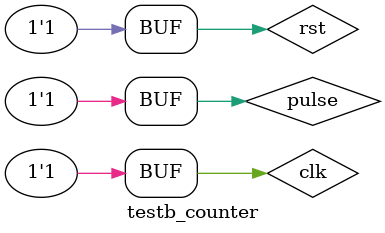
<source format=v>

`timescale 1ns/100ps
module testb_counter();
 reg pulse, clk, rst;

wire [3:0] count;
 
counter cntr(pulse,clk,rst,count);

always 
 begin
  clk <= 0;
  #10;
  clk <= 1;
  #10;
 end // Note: Procedure repeats
// Vector Procedure
 initial 
  begin
#3 rst=1;
#40 pulse =0;
#40 pulse =1;
#20 rst=0;
#40 pulse =0;
#40 pulse =1;
#40 rst =1;
#40 rst =0;
#70 rst=1;


end
endmodule
</source>
